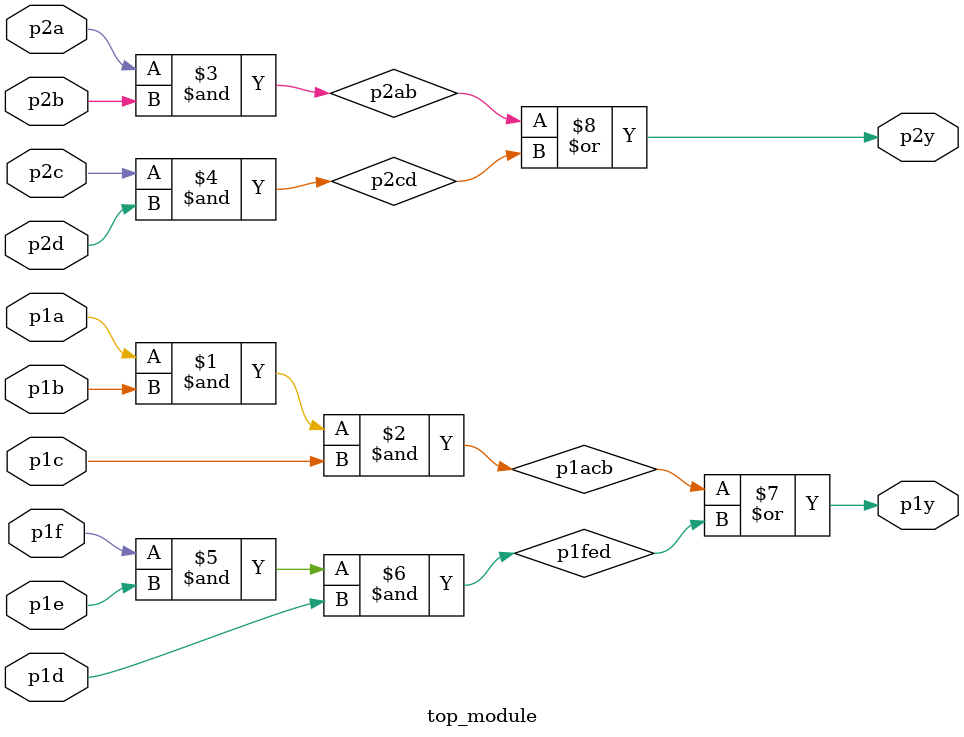
<source format=sv>
module top_module ( 
    input p1a, p1b, p1c, p1d, p1e, p1f,
    output p1y,
    input p2a, p2b, p2c, p2d,
    output p2y );
    wire p1acb;
    assign p1acb = p1a & p1b & p1c;
    //
    wire p2ab;
    assign p2ab = p2a & p2b;
    //
    wire p2cd;
    assign p2cd = p2c & p2d;
    //
    wire p1fed;
    assign p1fed = p1f & p1e & p1d;
    //
    assign p1y = p1acb | p1fed;
    assign p2y = p2ab | p2cd;
endmodule

</source>
